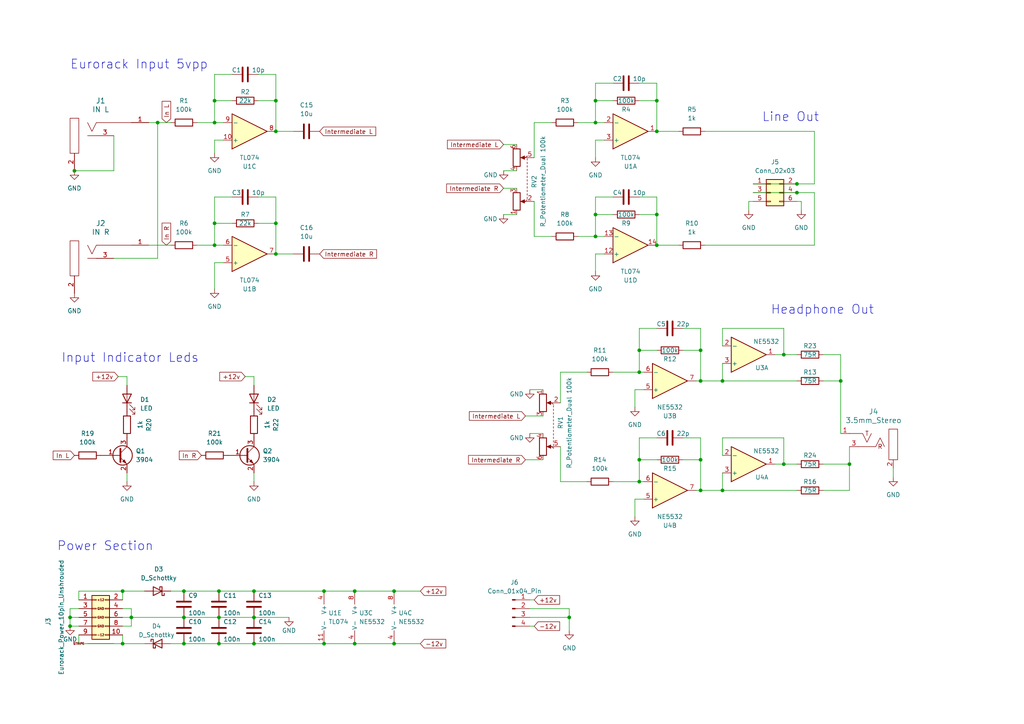
<source format=kicad_sch>
(kicad_sch (version 20230121) (generator eeschema)
  (paper "A4")
  (lib_symbols
    (symbol "Amplifier_Operational:NE5532" (pin_names (offset 0.127))
      (property "Reference" "U" (at 0 5.08 0))
      (property "Value" "NE5532" (at 0 -5.08 0))
      (symbol "NE5532_1_1"
        (polyline (pts (xy -5.08 5.08) (xy 5.08 0) (xy -5.08 -5.08) (xy -5.08 5.08)) (stroke (width 0.254)) (fill (type background)))
        (pin output line (at 7.62 0 180) (length 2.54) (name "~") (number "1"))
        (pin input line (at -7.62 -2.54 0) (length 2.54) (name "-") (number "2"))
        (pin input line (at -7.62 2.54 0) (length 2.54) (name "+") (number "3"))
      )
      (symbol "NE5532_2_1"
        (polyline (pts (xy -5.08 5.08) (xy 5.08 0) (xy -5.08 -5.08) (xy -5.08 5.08)) (stroke (width 0.254)) (fill (type background)))
        (pin input line (at -7.62 2.54 0) (length 2.54) (name "+") (number "5"))
        (pin input line (at -7.62 -2.54 0) (length 2.54) (name "-") (number "6"))
        (pin output line (at 7.62 0 180) (length 2.54) (name "~") (number "7"))
      )
      (symbol "NE5532_3_1"
        (pin power_in line (at -2.54 -7.62 90) (length 3.81) (name "V-") (number "4"))
        (pin power_in line (at -2.54 7.62 270) (length 3.81) (name "V+") (number "8"))
      )
    )
    (symbol "Amplifier_Operational:TL074" (pin_names (offset 0.127))
      (property "Reference" "U" (at 0 5.08 0))
      (property "Value" "TL074" (at 0 -5.08 0))
      (symbol "TL074_1_1"
        (polyline (pts (xy -5.08 5.08) (xy 5.08 0) (xy -5.08 -5.08) (xy -5.08 5.08)) (stroke (width 0.254)) (fill (type background)))
        (pin output line (at 7.62 0 180) (length 2.54) (name "~") (number "1"))
        (pin input line (at -7.62 -2.54 0) (length 2.54) (name "-") (number "2"))
        (pin input line (at -7.62 2.54 0) (length 2.54) (name "+") (number "3"))
      )
      (symbol "TL074_2_1"
        (polyline (pts (xy -5.08 5.08) (xy 5.08 0) (xy -5.08 -5.08) (xy -5.08 5.08)) (stroke (width 0.254)) (fill (type background)))
        (pin input line (at -7.62 2.54 0) (length 2.54) (name "+") (number "5"))
        (pin input line (at -7.62 -2.54 0) (length 2.54) (name "-") (number "6"))
        (pin output line (at 7.62 0 180) (length 2.54) (name "~") (number "7"))
      )
      (symbol "TL074_3_1"
        (polyline (pts (xy -5.08 5.08) (xy 5.08 0) (xy -5.08 -5.08) (xy -5.08 5.08)) (stroke (width 0.254)) (fill (type background)))
        (pin input line (at -7.62 2.54 0) (length 2.54) (name "+") (number "10"))
        (pin output line (at 7.62 0 180) (length 2.54) (name "~") (number "8"))
        (pin input line (at -7.62 -2.54 0) (length 2.54) (name "-") (number "9"))
      )
      (symbol "TL074_4_1"
        (polyline (pts (xy -5.08 5.08) (xy 5.08 0) (xy -5.08 -5.08) (xy -5.08 5.08)) (stroke (width 0.254)) (fill (type background)))
        (pin input line (at -7.62 2.54 0) (length 2.54) (name "+") (number "12"))
        (pin input line (at -7.62 -2.54 0) (length 2.54) (name "-") (number "13"))
        (pin output line (at 7.62 0 180) (length 2.54) (name "~") (number "14"))
      )
      (symbol "TL074_5_1"
        (pin power_in line (at -2.54 -7.62 90) (length 3.81) (name "V-") (number "11"))
        (pin power_in line (at -2.54 7.62 270) (length 3.81) (name "V+") (number "4"))
      )
    )
    (symbol "Connector:Conn_01x04_Pin" (pin_names (offset 1.016) hide)
      (property "Reference" "J" (at 0 5.08 0))
      (property "Value" "Conn_01x04_Pin" (at 0 -7.62 0))
      (symbol "Conn_01x04_Pin_1_1"
        (polyline (pts (xy 1.27 -5.08) (xy 0.8636 -5.08)) (stroke (width 0.1524)))
        (polyline (pts (xy 1.27 -2.54) (xy 0.8636 -2.54)) (stroke (width 0.1524)))
        (polyline (pts (xy 1.27 0) (xy 0.8636 0)) (stroke (width 0.1524)))
        (polyline (pts (xy 1.27 2.54) (xy 0.8636 2.54)) (stroke (width 0.1524)))
        (rectangle (start 0.8636 -4.953) (end 0 -5.207) (stroke (width 0.1524)) (fill (type outline)))
        (rectangle (start 0.8636 -2.413) (end 0 -2.667) (stroke (width 0.1524)) (fill (type outline)))
        (rectangle (start 0.8636 0.127) (end 0 -0.127) (stroke (width 0.1524)) (fill (type outline)))
        (rectangle (start 0.8636 2.667) (end 0 2.413) (stroke (width 0.1524)) (fill (type outline)))
        (pin passive line (at 5.08 2.54 180) (length 3.81) (name "Pin_1") (number "1"))
        (pin passive line (at 5.08 0 180) (length 3.81) (name "Pin_2") (number "2"))
        (pin passive line (at 5.08 -2.54 180) (length 3.81) (name "Pin_3") (number "3"))
        (pin passive line (at 5.08 -5.08 180) (length 3.81) (name "Pin_4") (number "4"))
      )
    )
    (symbol "Device:C" (pin_numbers hide) (pin_names (offset 0.254))
      (property "Reference" "C" (at 0.635 2.54 0))
      (property "Value" "C" (at 0.635 -2.54 0))
      (symbol "C_0_1"
        (polyline (pts (xy -2.032 -0.762) (xy 2.032 -0.762)) (stroke (width 0.508)))
        (polyline (pts (xy -2.032 0.762) (xy 2.032 0.762)) (stroke (width 0.508)))
      )
      (symbol "C_1_1"
        (pin passive line (at 0 3.81 270) (length 2.794) (name "~") (number "1"))
        (pin passive line (at 0 -3.81 90) (length 2.794) (name "~") (number "2"))
      )
    )
    (symbol "Device:D_Schottky" (pin_numbers hide) (pin_names (offset 1.016) hide)
      (property "Reference" "D" (at 0 2.54 0))
      (property "Value" "D_Schottky" (at 0 -2.54 0))
      (symbol "D_Schottky_0_1"
        (polyline (pts (xy 1.27 0) (xy -1.27 0)))
        (polyline (pts (xy 1.27 1.27) (xy 1.27 -1.27) (xy -1.27 0) (xy 1.27 1.27)) (stroke (width 0.254)))
        (polyline (pts (xy -1.905 0.635) (xy -1.905 1.27) (xy -1.27 1.27) (xy -1.27 -1.27) (xy -0.635 -1.27) (xy -0.635 -0.635)) (stroke (width 0.254)))
      )
      (symbol "D_Schottky_1_1"
        (pin passive line (at -3.81 0 0) (length 2.54) (name "K") (number "1"))
        (pin passive line (at 3.81 0 180) (length 2.54) (name "A") (number "2"))
      )
    )
    (symbol "Device:LED" (pin_numbers hide) (pin_names (offset 1.016) hide)
      (property "Reference" "D" (at 0 2.54 0))
      (property "Value" "LED" (at 0 -2.54 0))
      (symbol "LED_0_1"
        (polyline (pts (xy -1.27 -1.27) (xy -1.27 1.27)) (stroke (width 0.254)))
        (polyline (pts (xy -1.27 0) (xy 1.27 0)))
        (polyline (pts (xy 1.27 -1.27) (xy 1.27 1.27) (xy -1.27 0) (xy 1.27 -1.27)) (stroke (width 0.254)))
        (polyline (pts (xy -3.048 -0.762) (xy -4.572 -2.286) (xy -3.81 -2.286) (xy -4.572 -2.286) (xy -4.572 -1.524)))
        (polyline (pts (xy -1.778 -0.762) (xy -3.302 -2.286) (xy -2.54 -2.286) (xy -3.302 -2.286) (xy -3.302 -1.524)))
      )
      (symbol "LED_1_1"
        (pin passive line (at -3.81 0 0) (length 2.54) (name "K") (number "1"))
        (pin passive line (at 3.81 0 180) (length 2.54) (name "A") (number "2"))
      )
    )
    (symbol "Device:R" (pin_numbers hide) (pin_names (offset 0))
      (property "Reference" "R" (at 2.032 0 90))
      (property "Value" "R" (at 0 0 90))
      (symbol "R_0_1"
        (rectangle (start -1.016 -2.54) (end 1.016 2.54) (stroke (width 0.254)))
      )
      (symbol "R_1_1"
        (pin passive line (at 0 3.81 270) (length 1.27) (name "~") (number "1"))
        (pin passive line (at 0 -3.81 90) (length 1.27) (name "~") (number "2"))
      )
    )
    (symbol "Device:R_Potentiometer_Dual" (pin_names (offset 1.016) hide)
      (property "Reference" "RV" (at 0 3.81 0))
      (property "Value" "R_Potentiometer_Dual" (at 0 1.905 0))
      (symbol "R_Potentiometer_Dual_0_1"
        (rectangle (start -8.89 -1.524) (end -3.81 -3.556) (stroke (width 0.254)))
        (polyline (pts (xy -6.35 0) (xy -6.35 -1.016)))
        (polyline (pts (xy -6.35 0) (xy -6.35 -1.016)))
        (polyline (pts (xy -6.35 0) (xy -5.842 0.508)))
        (polyline (pts (xy -5.588 0.508) (xy -5.08 0.508)))
        (polyline (pts (xy -4.572 0.508) (xy -4.064 0.508)))
        (polyline (pts (xy -3.556 0.508) (xy -3.048 0.508)))
        (polyline (pts (xy -2.54 0.508) (xy -2.032 0.508)))
        (polyline (pts (xy -1.524 0.508) (xy -1.016 0.508)))
        (polyline (pts (xy -0.508 0.508) (xy 0 0.508)))
        (polyline (pts (xy 0.508 0.508) (xy 1.016 0.508)))
        (polyline (pts (xy 1.524 0.508) (xy 2.032 0.508)))
        (polyline (pts (xy 2.54 0.508) (xy 3.048 0.508)))
        (polyline (pts (xy 3.556 0.508) (xy 4.064 0.508)))
        (polyline (pts (xy 4.572 0.508) (xy 5.08 0.508)))
        (polyline (pts (xy 5.588 0.508) (xy 6.096 0.508)))
        (polyline (pts (xy 6.35 0) (xy 6.35 -1.016)))
        (polyline (pts (xy 6.35 0) (xy 6.35 -1.016)))
        (polyline (pts (xy 6.604 0.508) (xy 6.858 0.508) (xy 6.35 0)))
        (polyline (pts (xy -6.35 -1.397) (xy -6.858 -0.254) (xy -5.842 -0.254) (xy -6.35 -1.397)) (fill (type outline)))
        (polyline (pts (xy 6.35 -1.397) (xy 5.842 -0.254) (xy 6.858 -0.254) (xy 6.35 -1.397)) (fill (type outline)))
        (rectangle (start 3.81 -1.524) (end 8.89 -3.556) (stroke (width 0.254)))
      )
      (symbol "R_Potentiometer_Dual_1_1"
        (pin passive line (at -10.16 -2.54 0) (length 1.27) (name "1") (number "1"))
        (pin passive line (at -6.35 2.54 270) (length 2.54) (name "2") (number "2"))
        (pin passive line (at -2.54 -2.54 180) (length 1.27) (name "3") (number "3"))
        (pin passive line (at 2.54 -2.54 0) (length 1.27) (name "4") (number "4"))
        (pin passive line (at 6.35 2.54 270) (length 2.54) (name "5") (number "5"))
        (pin passive line (at 10.16 -2.54 180) (length 1.27) (name "6") (number "6"))
      )
    )
    (symbol "PCM_4ms_Connector:Conn_02x03" (pin_names (offset 0.0254) hide)
      (property "Reference" "J" (at 0 5.08 0))
      (property "Value" "Conn_02x03" (at 0 7.62 0))
      (symbol "Conn_02x03_0_1"
        (rectangle (start -2.54 -2.413) (end -1.27 -2.667) (stroke (width 0.1524)))
        (rectangle (start -2.54 0.127) (end -1.27 -0.127) (stroke (width 0.1524)))
        (rectangle (start -2.54 2.667) (end -1.27 2.413) (stroke (width 0.1524)))
        (rectangle (start -2.54 3.81) (end 2.54 -3.81) (stroke (width 0.254)) (fill (type background)))
        (rectangle (start 1.27 -2.413) (end 2.54 -2.667) (stroke (width 0.1524)))
        (rectangle (start 1.27 0.127) (end 2.54 -0.127) (stroke (width 0.1524)))
        (rectangle (start 1.27 2.667) (end 2.54 2.413) (stroke (width 0.1524)))
      )
      (symbol "Conn_02x03_1_1"
        (pin passive line (at -6.35 2.54 0) (length 3.81) (name "+12V") (number "1"))
        (pin passive line (at 6.35 2.54 180) (length 3.81) (name "+12V") (number "2"))
        (pin passive line (at -6.35 0 0) (length 3.81) (name "GND") (number "3"))
        (pin passive line (at 6.35 0 180) (length 3.81) (name "GND") (number "4"))
        (pin passive line (at -6.35 -2.54 0) (length 3.81) (name "GND") (number "5"))
        (pin passive line (at 6.35 -2.54 180) (length 3.81) (name "GND") (number "6"))
      )
    )
    (symbol "PCM_4ms_Connector:Eurorack_Power_10pin_Unshrouded" (pin_names (offset 0.0254) hide)
      (property "Reference" "J" (at 0 3.81 0))
      (property "Value" "Eurorack_Power_10pin_Unshrouded" (at 0 6.35 0))
      (symbol "Eurorack_Power_10pin_Unshrouded_0_0"
        (text "+12" (at 0 1.27 0) (effects (font (size 0.635 0.635))))
        (text "-12" (at 0 -8.89 0) (effects (font (size 0.635 0.635))))
        (text "GND" (at 0 -6.35 0) (effects (font (size 0.635 0.635))))
        (text "GND" (at 0 -3.81 0) (effects (font (size 0.635 0.635))))
        (text "GND" (at 0 -1.27 0) (effects (font (size 0.635 0.635))))
        (text "STRIPE" (at -6.35 -11.43 0) (effects (font (size 0.635 0.635))))
      )
      (symbol "Eurorack_Power_10pin_Unshrouded_0_1"
        (rectangle (start -2.54 -10.16) (end 2.54 2.54) (stroke (width 0.254)) (fill (type background)))
        (rectangle (start -2.54 -8.763) (end -1.27 -9.017))
        (rectangle (start -2.54 -6.223) (end -1.27 -6.477))
        (rectangle (start -2.54 -3.683) (end -1.27 -3.937))
        (rectangle (start -2.54 -1.143) (end -1.27 -1.397))
        (rectangle (start -2.54 1.397) (end -1.27 1.143))
        (polyline (pts (xy -3.81 -11.43) (xy 3.81 -11.43) (xy 1.27 -11.43)))
        (rectangle (start 1.27 -8.763) (end 2.54 -9.017))
        (rectangle (start 1.27 -6.223) (end 2.54 -6.477))
        (rectangle (start 1.27 -3.683) (end 2.54 -3.937))
        (rectangle (start 1.27 -1.143) (end 2.54 -1.397))
        (rectangle (start 1.27 1.397) (end 2.54 1.143))
      )
      (symbol "Eurorack_Power_10pin_Unshrouded_1_1"
        (pin passive line (at -6.35 1.27 0) (length 3.81) (name "+12V") (number "1"))
        (pin passive line (at 6.35 -8.89 180) (length 3.81) (name "-12V") (number "10"))
        (pin passive line (at 6.35 1.27 180) (length 3.81) (name "+12V") (number "2"))
        (pin passive line (at -6.35 -1.27 0) (length 3.81) (name "GND") (number "3"))
        (pin passive line (at 6.35 -1.27 180) (length 3.81) (name "GND") (number "4"))
        (pin passive line (at -6.35 -3.81 0) (length 3.81) (name "GND") (number "5"))
        (pin passive line (at 6.35 -3.81 180) (length 3.81) (name "GND") (number "6"))
        (pin passive line (at -6.35 -6.35 0) (length 3.81) (name "GND") (number "7"))
        (pin passive line (at 6.35 -6.35 180) (length 3.81) (name "GND") (number "8"))
        (pin passive line (at -6.35 -8.89 0) (length 3.81) (name "-12V") (number "9"))
      )
    )
    (symbol "PCM_4ms_Jack:3.5mm_Mono_Switched" (pin_names (offset 0) hide)
      (property "Reference" "J" (at -6.35 -7.62 0))
      (property "Value" "3.5mm_Mono_Switched" (at 6.35 6.604 0))
      (symbol "3.5mm_Mono_Switched_0_0"
        (rectangle (start -6.35 5.08) (end -3.81 -5.08))
        (polyline (pts (xy -1.27 0) (xy 1.27 0)))
        (polyline (pts (xy -1.27 3.81) (xy 0 1.27) (xy 1.27 3.81) (xy 11.43 3.81)))
      )
      (symbol "3.5mm_Mono_Switched_1_1"
        (pin passive line (at 16.51 3.81 180) (length 5.08) (name "SIG") (number "1"))
        (pin passive line (at -5.08 -10.16 90) (length 5.08) (name "SHEILD") (number "2"))
        (pin passive line (at 6.35 0 180) (length 5.08) (name "SW") (number "3"))
      )
    )
    (symbol "PCM_4ms_Jack:3.5mm_Stereo" (pin_names (offset 0) hide)
      (property "Reference" "J" (at -6.35 -7.62 0))
      (property "Value" "3.5mm_Stereo" (at 6.35 6.604 0))
      (symbol "3.5mm_Stereo_0_0"
        (rectangle (start -6.35 5.08) (end -3.81 -3.81))
        (polyline (pts (xy 1.27 3.81) (xy 2.54 1.27) (xy 3.81 3.81) (xy 7.62 3.81)))
        (text "R" (at -1.27 0 0) (effects (font (size 1.27 1.27))))
        (text "T" (at 2.54 3.81 0) (effects (font (size 1.27 1.27))))
      )
      (symbol "3.5mm_Stereo_0_1"
        (polyline (pts (xy 5.08 0) (xy 0 0) (xy -1.27 2.54) (xy -2.54 0)))
      )
      (symbol "3.5mm_Stereo_1_1"
        (pin passive line (at 10.16 3.81 180) (length 2.54) (name "SIG") (number "1"))
        (pin passive line (at -5.08 -6.35 90) (length 2.54) (name "SHEILD") (number "2"))
        (pin passive line (at 7.62 0 180) (length 2.54) (name "SW") (number "3"))
      )
    )
    (symbol "PCM_4ms_Power-symbol:GND" (power) (pin_names (offset 0))
      (property "Value" "GND" (at 0 -3.81 0))
      (symbol "GND_0_1"
        (polyline (pts (xy 0 0) (xy 0 -1.27) (xy 1.27 -1.27) (xy 0 -2.54) (xy -1.27 -1.27) (xy 0 -1.27)))
      )
      (symbol "GND_1_1"
        (pin power_in line (at 0 0 270) (length 0) hide (name "GND") (number "1"))
      )
    )
    (symbol "Transistor_BJT:MMBT3904" (pin_names (offset 0) hide)
      (property "Reference" "Q" (at 5.08 1.905 0))
      (property "Value" "MMBT3904" (at 5.08 0 0))
      (symbol "MMBT3904_0_1"
        (polyline (pts (xy 0.635 0.635) (xy 2.54 2.54)))
        (polyline (pts (xy 0.635 -0.635) (xy 2.54 -2.54) (xy 2.54 -2.54)))
        (polyline (pts (xy 0.635 1.905) (xy 0.635 -1.905) (xy 0.635 -1.905)) (stroke (width 0.508)))
        (polyline (pts (xy 1.27 -1.778) (xy 1.778 -1.27) (xy 2.286 -2.286) (xy 1.27 -1.778) (xy 1.27 -1.778)) (fill (type outline)))
        (circle (center 1.27 0) (radius 2.8194) (stroke (width 0.254)))
      )
      (symbol "MMBT3904_1_1"
        (pin input line (at -5.08 0 0) (length 5.715) (name "B") (number "1"))
        (pin passive line (at 2.54 -5.08 90) (length 2.54) (name "E") (number "2"))
        (pin passive line (at 2.54 5.08 270) (length 2.54) (name "C") (number "3"))
      )
    )
  )
  (junction (at 185.42 101.6))
  (junction (at 45.72 35.56))
  (junction (at 53.34 171.45))
  (junction (at 227.33 102.87))
  (junction (at 172.72 62.23))
  (junction (at 190.5 38.1))
  (junction (at 102.87 171.45))
  (junction (at 63.5 186.69))
  (junction (at 62.23 71.12))
  (junction (at 38.1 179.07))
  (junction (at 53.34 179.07))
  (junction (at 35.56 186.69))
  (junction (at 80.01 29.21))
  (junction (at 21.59 49.53))
  (junction (at 63.5 171.45))
  (junction (at 80.01 64.77))
  (junction (at 63.5 179.07))
  (junction (at 185.42 139.7))
  (junction (at 203.2 142.24))
  (junction (at 185.42 133.35))
  (junction (at 93.98 171.45))
  (junction (at 62.23 64.77))
  (junction (at 203.2 101.6))
  (junction (at 73.66 179.07))
  (junction (at 172.72 29.21))
  (junction (at 114.3 171.45))
  (junction (at 172.72 35.56))
  (junction (at 53.34 186.69))
  (junction (at 73.66 186.69))
  (junction (at 246.38 134.62))
  (junction (at 93.98 186.69))
  (junction (at 190.5 71.12))
  (junction (at 209.55 142.24))
  (junction (at 80.01 73.66))
  (junction (at 114.3 186.69))
  (junction (at 190.5 29.21))
  (junction (at 172.72 68.58))
  (junction (at 243.84 110.49))
  (junction (at 227.33 134.62))
  (junction (at 231.14 55.88))
  (junction (at 185.42 107.95))
  (junction (at 209.55 110.49))
  (junction (at 190.5 62.23))
  (junction (at 203.2 110.49))
  (junction (at 20.32 179.07))
  (junction (at 35.56 171.45))
  (junction (at 62.23 29.21))
  (junction (at 231.14 53.34))
  (junction (at 20.32 181.61))
  (junction (at 165.1 179.07))
  (junction (at 102.87 186.69))
  (junction (at 73.66 171.45))
  (junction (at 80.01 38.1))
  (junction (at 62.23 35.56))
  (junction (at 203.2 133.35))
  (wire (pts (xy 203.2 142.24) (xy 209.55 142.24)))
  (wire (pts (xy 177.8 62.23) (xy 172.72 62.23)))
  (wire (pts (xy 185.42 139.7) (xy 186.69 139.7)))
  (wire (pts (xy 177.8 24.13) (xy 172.72 24.13)))
  (wire (pts (xy 190.5 127) (xy 185.42 127)))
  (wire (pts (xy 35.56 184.15) (xy 35.56 186.69)))
  (wire (pts (xy 177.8 57.15) (xy 172.72 57.15)))
  (wire (pts (xy 67.31 64.77) (xy 62.23 64.77)))
  (wire (pts (xy 153.67 125.73) (xy 157.48 125.73)))
  (wire (pts (xy 64.77 76.2) (xy 62.23 76.2)))
  (wire (pts (xy 172.72 35.56) (xy 175.26 35.56)))
  (wire (pts (xy 74.93 21.59) (xy 80.01 21.59)))
  (wire (pts (xy 198.12 133.35) (xy 203.2 133.35)))
  (wire (pts (xy 217.17 60.96) (xy 217.17 58.42)))
  (wire (pts (xy 73.66 171.45) (xy 93.98 171.45)))
  (wire (pts (xy 20.32 176.53) (xy 20.32 179.07)))
  (wire (pts (xy 203.2 127) (xy 203.2 133.35)))
  (wire (pts (xy 236.22 38.1) (xy 236.22 53.34)))
  (wire (pts (xy 102.87 186.69) (xy 114.3 186.69)))
  (wire (pts (xy 35.56 181.61) (xy 38.1 181.61)))
  (wire (pts (xy 73.66 137.16) (xy 73.66 139.7)))
  (wire (pts (xy 190.5 95.25) (xy 185.42 95.25)))
  (wire (pts (xy 38.1 179.07) (xy 38.1 176.53)))
  (wire (pts (xy 73.66 109.22) (xy 73.66 111.76)))
  (wire (pts (xy 172.72 73.66) (xy 172.72 78.74)))
  (wire (pts (xy 185.42 29.21) (xy 190.5 29.21)))
  (wire (pts (xy 190.5 38.1) (xy 190.5 29.21)))
  (wire (pts (xy 74.93 57.15) (xy 80.01 57.15)))
  (wire (pts (xy 80.01 73.66) (xy 85.09 73.66)))
  (wire (pts (xy 49.53 186.69) (xy 53.34 186.69)))
  (wire (pts (xy 232.41 58.42) (xy 232.41 60.96)))
  (wire (pts (xy 203.2 95.25) (xy 203.2 101.6)))
  (wire (pts (xy 114.3 186.69) (xy 121.92 186.69)))
  (wire (pts (xy 74.93 64.77) (xy 80.01 64.77)))
  (wire (pts (xy 190.5 24.13) (xy 190.5 29.21)))
  (wire (pts (xy 177.8 139.7) (xy 185.42 139.7)))
  (wire (pts (xy 259.08 138.43) (xy 259.08 135.89)))
  (wire (pts (xy 246.38 142.24) (xy 246.38 134.62)))
  (wire (pts (xy 62.23 29.21) (xy 62.23 35.56)))
  (wire (pts (xy 62.23 64.77) (xy 62.23 71.12)))
  (wire (pts (xy 238.76 102.87) (xy 243.84 102.87)))
  (wire (pts (xy 146.05 62.23) (xy 149.86 62.23)))
  (wire (pts (xy 34.29 109.22) (xy 36.83 109.22)))
  (wire (pts (xy 172.72 40.64) (xy 172.72 45.72)))
  (wire (pts (xy 162.56 139.7) (xy 170.18 139.7)))
  (wire (pts (xy 165.1 176.53) (xy 165.1 179.07)))
  (wire (pts (xy 22.86 173.99) (xy 22.86 171.45)))
  (wire (pts (xy 35.56 171.45) (xy 41.91 171.45)))
  (wire (pts (xy 218.44 55.88) (xy 231.14 55.88)))
  (wire (pts (xy 185.42 62.23) (xy 190.5 62.23)))
  (wire (pts (xy 224.79 134.62) (xy 227.33 134.62)))
  (wire (pts (xy 243.84 125.73) (xy 243.84 110.49)))
  (wire (pts (xy 63.5 171.45) (xy 73.66 171.45)))
  (wire (pts (xy 185.42 127) (xy 185.42 133.35)))
  (wire (pts (xy 185.42 24.13) (xy 190.5 24.13)))
  (wire (pts (xy 165.1 182.88) (xy 165.1 179.07)))
  (wire (pts (xy 190.5 57.15) (xy 190.5 62.23)))
  (wire (pts (xy 121.92 171.45) (xy 114.3 171.45)))
  (wire (pts (xy 236.22 53.34) (xy 231.14 53.34)))
  (wire (pts (xy 146.05 54.61) (xy 149.86 54.61)))
  (wire (pts (xy 177.8 107.95) (xy 185.42 107.95)))
  (wire (pts (xy 190.5 71.12) (xy 196.85 71.12)))
  (wire (pts (xy 152.4 133.35) (xy 157.48 133.35)))
  (wire (pts (xy 238.76 142.24) (xy 246.38 142.24)))
  (wire (pts (xy 80.01 29.21) (xy 80.01 38.1)))
  (wire (pts (xy 53.34 186.69) (xy 63.5 186.69)))
  (wire (pts (xy 73.66 186.69) (xy 93.98 186.69)))
  (wire (pts (xy 38.1 181.61) (xy 38.1 179.07)))
  (wire (pts (xy 185.42 57.15) (xy 190.5 57.15)))
  (wire (pts (xy 53.34 179.07) (xy 63.5 179.07)))
  (wire (pts (xy 33.02 74.93) (xy 45.72 74.93)))
  (wire (pts (xy 218.44 53.34) (xy 231.14 53.34)))
  (wire (pts (xy 154.94 58.42) (xy 154.94 68.58)))
  (wire (pts (xy 185.42 133.35) (xy 185.42 139.7)))
  (wire (pts (xy 154.94 45.72) (xy 154.94 35.56)))
  (wire (pts (xy 63.5 186.69) (xy 73.66 186.69)))
  (wire (pts (xy 203.2 110.49) (xy 203.2 101.6)))
  (wire (pts (xy 62.23 35.56) (xy 64.77 35.56)))
  (wire (pts (xy 184.15 113.03) (xy 184.15 118.11)))
  (wire (pts (xy 80.01 21.59) (xy 80.01 29.21)))
  (wire (pts (xy 36.83 109.22) (xy 36.83 111.76)))
  (wire (pts (xy 49.53 171.45) (xy 53.34 171.45)))
  (wire (pts (xy 162.56 129.54) (xy 162.56 139.7)))
  (wire (pts (xy 204.47 71.12) (xy 236.22 71.12)))
  (wire (pts (xy 209.55 127) (xy 209.55 132.08)))
  (wire (pts (xy 185.42 95.25) (xy 185.42 101.6)))
  (wire (pts (xy 209.55 137.16) (xy 209.55 142.24)))
  (wire (pts (xy 146.05 49.53) (xy 149.86 49.53)))
  (wire (pts (xy 190.5 101.6) (xy 185.42 101.6)))
  (wire (pts (xy 62.23 76.2) (xy 62.23 83.82)))
  (wire (pts (xy 20.32 181.61) (xy 22.86 181.61)))
  (wire (pts (xy 167.64 68.58) (xy 172.72 68.58)))
  (wire (pts (xy 153.67 173.99) (xy 154.94 173.99)))
  (wire (pts (xy 38.1 179.07) (xy 53.34 179.07)))
  (wire (pts (xy 190.5 62.23) (xy 190.5 71.12)))
  (wire (pts (xy 22.86 176.53) (xy 20.32 176.53)))
  (wire (pts (xy 172.72 29.21) (xy 172.72 35.56)))
  (wire (pts (xy 35.56 186.69) (xy 41.91 186.69)))
  (wire (pts (xy 201.93 142.24) (xy 203.2 142.24)))
  (wire (pts (xy 64.77 40.64) (xy 62.23 40.64)))
  (wire (pts (xy 93.98 186.69) (xy 102.87 186.69)))
  (wire (pts (xy 63.5 179.07) (xy 73.66 179.07)))
  (wire (pts (xy 209.55 105.41) (xy 209.55 110.49)))
  (wire (pts (xy 238.76 134.62) (xy 246.38 134.62)))
  (wire (pts (xy 184.15 144.78) (xy 184.15 149.86)))
  (wire (pts (xy 172.72 57.15) (xy 172.72 62.23)))
  (wire (pts (xy 186.69 113.03) (xy 184.15 113.03)))
  (wire (pts (xy 162.56 107.95) (xy 170.18 107.95)))
  (wire (pts (xy 153.67 113.03) (xy 157.48 113.03)))
  (wire (pts (xy 67.31 57.15) (xy 62.23 57.15)))
  (wire (pts (xy 62.23 71.12) (xy 64.77 71.12)))
  (wire (pts (xy 204.47 38.1) (xy 236.22 38.1)))
  (wire (pts (xy 154.94 68.58) (xy 160.02 68.58)))
  (wire (pts (xy 67.31 21.59) (xy 62.23 21.59)))
  (wire (pts (xy 62.23 40.64) (xy 62.23 44.45)))
  (wire (pts (xy 203.2 142.24) (xy 203.2 133.35)))
  (wire (pts (xy 162.56 116.84) (xy 162.56 107.95)))
  (wire (pts (xy 198.12 101.6) (xy 203.2 101.6)))
  (wire (pts (xy 209.55 110.49) (xy 231.14 110.49)))
  (wire (pts (xy 227.33 95.25) (xy 209.55 95.25)))
  (wire (pts (xy 45.72 35.56) (xy 45.72 74.93)))
  (wire (pts (xy 63.5 186.69) (xy 63.5 185.42)))
  (wire (pts (xy 172.72 68.58) (xy 175.26 68.58)))
  (wire (pts (xy 172.72 24.13) (xy 172.72 29.21)))
  (wire (pts (xy 73.66 179.07) (xy 83.82 179.07)))
  (wire (pts (xy 36.83 137.16) (xy 36.83 139.7)))
  (wire (pts (xy 167.64 35.56) (xy 172.72 35.56)))
  (wire (pts (xy 203.2 110.49) (xy 209.55 110.49)))
  (wire (pts (xy 35.56 171.45) (xy 35.56 173.99)))
  (wire (pts (xy 154.94 35.56) (xy 160.02 35.56)))
  (wire (pts (xy 74.93 29.21) (xy 80.01 29.21)))
  (wire (pts (xy 227.33 102.87) (xy 227.33 95.25)))
  (wire (pts (xy 71.12 109.22) (xy 73.66 109.22)))
  (wire (pts (xy 224.79 102.87) (xy 227.33 102.87)))
  (wire (pts (xy 198.12 127) (xy 203.2 127)))
  (wire (pts (xy 190.5 133.35) (xy 185.42 133.35)))
  (wire (pts (xy 53.34 171.45) (xy 63.5 171.45)))
  (wire (pts (xy 20.32 179.07) (xy 22.86 179.07)))
  (wire (pts (xy 186.69 144.78) (xy 184.15 144.78)))
  (wire (pts (xy 227.33 102.87) (xy 231.14 102.87)))
  (wire (pts (xy 243.84 110.49) (xy 238.76 110.49)))
  (wire (pts (xy 80.01 57.15) (xy 80.01 64.77)))
  (wire (pts (xy 38.1 176.53) (xy 35.56 176.53)))
  (wire (pts (xy 185.42 107.95) (xy 186.69 107.95)))
  (wire (pts (xy 190.5 38.1) (xy 196.85 38.1)))
  (wire (pts (xy 22.86 186.69) (xy 22.86 184.15)))
  (wire (pts (xy 146.05 41.91) (xy 149.86 41.91)))
  (wire (pts (xy 236.22 71.12) (xy 236.22 55.88)))
  (wire (pts (xy 53.34 186.69) (xy 53.34 185.42)))
  (wire (pts (xy 217.17 58.42) (xy 218.44 58.42)))
  (wire (pts (xy 153.67 179.07) (xy 165.1 179.07)))
  (wire (pts (xy 227.33 134.62) (xy 227.33 127)))
  (wire (pts (xy 35.56 186.69) (xy 22.86 186.69)))
  (wire (pts (xy 243.84 102.87) (xy 243.84 110.49)))
  (wire (pts (xy 175.26 73.66) (xy 172.72 73.66)))
  (wire (pts (xy 172.72 62.23) (xy 172.72 68.58)))
  (wire (pts (xy 80.01 73.66) (xy 80.01 64.77)))
  (wire (pts (xy 227.33 134.62) (xy 231.14 134.62)))
  (wire (pts (xy 185.42 101.6) (xy 185.42 107.95)))
  (wire (pts (xy 209.55 142.24) (xy 231.14 142.24)))
  (wire (pts (xy 35.56 179.07) (xy 38.1 179.07)))
  (wire (pts (xy 80.01 38.1) (xy 85.09 38.1)))
  (wire (pts (xy 43.18 71.12) (xy 49.53 71.12)))
  (wire (pts (xy 33.02 39.37) (xy 33.02 49.53)))
  (wire (pts (xy 201.93 110.49) (xy 203.2 110.49)))
  (wire (pts (xy 175.26 40.64) (xy 172.72 40.64)))
  (wire (pts (xy 22.86 171.45) (xy 35.56 171.45)))
  (wire (pts (xy 231.14 58.42) (xy 232.41 58.42)))
  (wire (pts (xy 246.38 134.62) (xy 246.38 129.54)))
  (wire (pts (xy 62.23 21.59) (xy 62.23 29.21)))
  (wire (pts (xy 236.22 55.88) (xy 231.14 55.88)))
  (wire (pts (xy 177.8 29.21) (xy 172.72 29.21)))
  (wire (pts (xy 93.98 171.45) (xy 102.87 171.45)))
  (wire (pts (xy 198.12 95.25) (xy 203.2 95.25)))
  (wire (pts (xy 20.32 179.07) (xy 20.32 181.61)))
  (wire (pts (xy 152.4 120.65) (xy 157.48 120.65)))
  (wire (pts (xy 153.67 181.61) (xy 154.94 181.61)))
  (wire (pts (xy 57.15 71.12) (xy 62.23 71.12)))
  (wire (pts (xy 45.72 35.56) (xy 49.53 35.56)))
  (wire (pts (xy 62.23 57.15) (xy 62.23 64.77)))
  (wire (pts (xy 33.02 49.53) (xy 21.59 49.53)))
  (wire (pts (xy 227.33 127) (xy 209.55 127)))
  (wire (pts (xy 43.18 35.56) (xy 45.72 35.56)))
  (wire (pts (xy 209.55 95.25) (xy 209.55 100.33)))
  (wire (pts (xy 67.31 29.21) (xy 62.23 29.21)))
  (wire (pts (xy 57.15 35.56) (xy 62.23 35.56)))
  (wire (pts (xy 153.67 176.53) (xy 165.1 176.53)))
  (wire (pts (xy 114.3 171.45) (xy 102.87 171.45)))
  (text "Power Section\n" (at 16.51 160.02 0) (effects (font (size 2.6 2.6)) (justify left bottom)))
  (text "Line Out" (at 220.98 35.56 0) (effects (font (size 2.6 2.6)) (justify left bottom)))
  (text "Headphone Out" (at 223.52 91.44 0) (effects (font (size 2.6 2.6)) (justify left bottom)))
  (text "Input Indicator Leds" (at 17.78 105.41 0) (effects (font (size 2.6 2.6)) (justify left bottom)))
  (text "Eurorack Input 5vpp" (at 20.32 20.32 0) (effects (font (size 2.6 2.6)) (justify left bottom)))
  (global_label "+12v" (shape input) (at 121.92 171.45 0) (property "Intersheetrefs" "${INTERSHEET_REFS}" (effects hide)))
  (global_label "Intermediate R" (shape input) (at 92.71 73.66 0) (property "Intersheetrefs" "${INTERSHEET_REFS}" (effects hide)))
  (global_label "Intermediate L" (shape input) (at 152.4 120.65 180) (property "Intersheetrefs" "${INTERSHEET_REFS}" (effects hide)))
  (global_label "+12v" (shape input) (at 71.12 109.22 180) (property "Intersheetrefs" "${INTERSHEET_REFS}" (effects hide)))
  (global_label "In R" (shape input) (at 58.42 132.08 180) (property "Intersheetrefs" "${INTERSHEET_REFS}" (effects hide)))
  (global_label "Intermediate R" (shape input) (at 152.4 133.35 180) (property "Intersheetrefs" "${INTERSHEET_REFS}" (effects hide)))
  (global_label "In L" (shape input) (at 48.26 35.56 90) (property "Intersheetrefs" "${INTERSHEET_REFS}" (effects hide)))
  (global_label "-12v" (shape input) (at 154.94 181.61 0) (property "Intersheetrefs" "${INTERSHEET_REFS}" (effects hide)))
  (global_label "Intermediate R" (shape input) (at 146.05 54.61 180) (property "Intersheetrefs" "${INTERSHEET_REFS}" (effects hide)))
  (global_label "-12v" (shape input) (at 121.92 186.69 0) (property "Intersheetrefs" "${INTERSHEET_REFS}" (effects hide)))
  (global_label "Intermediate L" (shape input) (at 92.71 38.1 0) (property "Intersheetrefs" "${INTERSHEET_REFS}" (effects hide)))
  (global_label "+12v" (shape input) (at 154.94 173.99 0) (property "Intersheetrefs" "${INTERSHEET_REFS}" (effects hide)))
  (global_label "In R" (shape input) (at 48.26 71.12 90) (property "Intersheetrefs" "${INTERSHEET_REFS}" (effects hide)))
  (global_label "In L" (shape input) (at 21.59 132.08 180) (property "Intersheetrefs" "${INTERSHEET_REFS}" (effects hide)))
  (global_label "+12v" (shape input) (at 34.29 109.22 180) (property "Intersheetrefs" "${INTERSHEET_REFS}" (effects hide)))
  (global_label "Intermediate L" (shape input) (at 146.05 41.91 180) (property "Intersheetrefs" "${INTERSHEET_REFS}" (effects hide)))
  (symbol (lib_id "Device:R") (at 234.95 102.87 90) (unit 1)
    (property "Reference" "R23" (at 234.95 100.33 90))
    (property "Value" "75R" (at 234.95 102.87 90))
    (property "Footprint" "Resistor_SMD:R_1206_3216Metric_Pad1.30x1.75mm_HandSolder" (effects hide))
  )
  (symbol (lib_id "PCM_4ms_Power-symbol:GND") (at 62.23 83.82 0) (unit 1)
    (property "Reference" "#PWR03" (effects hide))
    (property "Value" "GND" (at 62.23 88.9 0))
  )
  (symbol (lib_id "Device:D_Schottky") (at 45.72 186.69 0) (unit 1)
    (property "Reference" "D4" (at 45.4025 181.61 0))
    (property "Value" "D_Schottky" (at 45.4025 184.15 0))
    (property "Footprint" "Diode_SMD:D_SOD-323_HandSoldering" (effects hide))
  )
  (symbol (lib_id "Device:R") (at 234.95 142.24 90) (unit 1)
    (property "Reference" "R16" (at 234.95 139.7 90))
    (property "Value" "75R" (at 234.95 142.24 90))
    (property "Footprint" "Resistor_SMD:R_1206_3216Metric_Pad1.30x1.75mm_HandSolder" (effects hide))
  )
  (symbol (lib_id "Device:R") (at 200.66 38.1 90) (unit 1)
    (property "Reference" "R5" (at 200.66 31.75 90))
    (property "Value" "1k" (at 200.66 34.29 90))
    (property "Footprint" "Resistor_SMD:R_1206_3216Metric_Pad1.30x1.75mm_HandSolder" (effects hide))
  )
  (symbol (lib_id "PCM_4ms_Power-symbol:GND") (at 172.72 45.72 0) (unit 1)
    (property "Reference" "#PWR02" (effects hide))
    (property "Value" "GND" (at 172.72 50.8 0))
  )
  (symbol (lib_id "PCM_4ms_Power-symbol:GND") (at 36.83 139.7 0) (unit 1)
    (property "Reference" "#PWR011" (effects hide))
    (property "Value" "GND" (at 36.83 144.78 0))
  )
  (symbol (lib_id "PCM_4ms_Power-symbol:GND") (at 172.72 78.74 0) (unit 1)
    (property "Reference" "#PWR04" (effects hide))
    (property "Value" "GND" (at 172.72 83.82 0))
  )
  (symbol (lib_id "PCM_4ms_Jack:3.5mm_Mono_Switched") (at 26.67 39.37 0) (unit 1)
    (property "Reference" "J1" (at 29.21 29.21 0) (effects (font (size 1.524 1.524))))
    (property "Value" "IN L" (at 29.21 31.75 0) (effects (font (size 1.524 1.524))))
    (property "Footprint" "PCM_4ms_Jack:EighthInch_PJ398SM_with_hole" (effects hide))
    (property "Specifications" "Audio 3.5mm Jack, mono, switched, PC-pin Vertical" (effects hide))
    (property "Manufacturer" "Wenzhou QingPu Electronics Co" (effects hide))
    (property "Part Number" "WQP-WQP518MA" (effects hide))
  )
  (symbol (lib_id "Device:C") (at 63.5 175.26 180) (unit 1)
    (property "Reference" "C11" (at 64.77 172.72 0) (effects (justify right)))
    (property "Value" "100n" (at 64.77 177.8 0) (effects (justify right)))
    (property "Footprint" "Capacitor_SMD:C_1206_3216Metric_Pad1.33x1.80mm_HandSolder" (effects hide))
  )
  (symbol (lib_id "Device:C") (at 71.12 21.59 90) (unit 1)
    (property "Reference" "C1" (at 68.58 20.32 90))
    (property "Value" "10p" (at 74.93 20.32 90))
    (property "Footprint" "Capacitor_SMD:C_1206_3216Metric_Pad1.33x1.80mm_HandSolder" (effects hide))
  )
  (symbol (lib_id "PCM_4ms_Jack:3.5mm_Stereo") (at 254 129.54 0) (mirror y) (unit 1)
    (property "Reference" "J4" (at 253.365 119.38 0) (effects (font (size 1.524 1.524))))
    (property "Value" "3.5mm_Stereo" (at 253.365 121.92 0) (effects (font (size 1.524 1.524))))
    (property "Footprint" "PCM_4ms_Jack:EighthInch_Stereo_PJ366ST" (effects hide))
    (property "Specifications" "Audio 3.5mm Jack, Stereo, PC-pin Vertical" (effects hide))
    (property "Manufacturer" "Wenzhou QingPu Electronics Co" (effects hide))
    (property "Part Number" "WQP-WQP419GR" (effects hide))
  )
  (symbol (lib_id "PCM_4ms_Jack:3.5mm_Mono_Switched") (at 26.67 74.93 0) (unit 1)
    (property "Reference" "J2" (at 29.21 64.77 0) (effects (font (size 1.524 1.524))))
    (property "Value" "IN R" (at 29.21 67.31 0) (effects (font (size 1.524 1.524))))
    (property "Footprint" "PCM_4ms_Jack:EighthInch_PJ398SM_with_hole" (effects hide))
    (property "Specifications" "Audio 3.5mm Jack, mono, switched, PC-pin Vertical" (effects hide))
    (property "Manufacturer" "Wenzhou QingPu Electronics Co" (effects hide))
    (property "Part Number" "WQP-WQP518MA" (effects hide))
  )
  (symbol (lib_id "PCM_4ms_Power-symbol:GND") (at 165.1 182.88 0) (unit 1)
    (property "Reference" "#PWR019" (effects hide))
    (property "Value" "GND" (at 165.1 187.96 0))
  )
  (symbol (lib_id "Device:C") (at 73.66 175.26 180) (unit 1)
    (property "Reference" "C13" (at 74.93 172.72 0) (effects (justify right)))
    (property "Value" "100n" (at 74.93 177.8 0) (effects (justify right)))
    (property "Footprint" "Capacitor_SMD:C_1206_3216Metric_Pad1.33x1.80mm_HandSolder" (effects hide))
  )
  (symbol (lib_id "Device:R") (at 173.99 139.7 90) (unit 1)
    (property "Reference" "R14" (at 173.99 133.35 90))
    (property "Value" "100k" (at 173.99 135.89 90))
    (property "Footprint" "Resistor_SMD:R_1206_3216Metric_Pad1.30x1.75mm_HandSolder" (effects hide))
  )
  (symbol (lib_id "PCM_4ms_Power-symbol:GND") (at 184.15 118.11 0) (unit 1)
    (property "Reference" "#PWR017" (effects hide))
    (property "Value" "GND" (at 184.15 123.19 0))
  )
  (symbol (lib_id "Device:C") (at 88.9 73.66 90) (unit 1)
    (property "Reference" "C16" (at 88.9 66.04 90))
    (property "Value" "10u" (at 88.9 68.58 90))
    (property "Footprint" "Capacitor_SMD:C_1206_3216Metric_Pad1.33x1.80mm_HandSolder" (effects hide))
  )
  (symbol (lib_id "Device:R") (at 53.34 71.12 90) (unit 1)
    (property "Reference" "R6" (at 53.34 64.77 90))
    (property "Value" "100k" (at 53.34 67.31 90))
    (property "Footprint" "Resistor_SMD:R_1206_3216Metric_Pad1.30x1.75mm_HandSolder" (effects hide))
  )
  (symbol (lib_id "Device:LED") (at 36.83 115.57 90) (unit 1)
    (property "Reference" "D1" (at 40.64 115.8875 90) (effects (justify right)))
    (property "Value" "LED" (at 40.64 118.4275 90) (effects (justify right)))
    (property "Footprint" "LED_THT:LED_D3.0mm_Clear" (effects hide))
  )
  (symbol (lib_id "Device:R") (at 163.83 68.58 90) (unit 1)
    (property "Reference" "R8" (at 163.83 62.23 90))
    (property "Value" "100k" (at 163.83 64.77 90))
    (property "Footprint" "Resistor_SMD:R_1206_3216Metric_Pad1.30x1.75mm_HandSolder" (effects hide))
  )
  (symbol (lib_id "Device:C") (at 71.12 57.15 90) (unit 1)
    (property "Reference" "C3" (at 68.58 55.88 90))
    (property "Value" "10p" (at 74.93 55.88 90))
    (property "Footprint" "Capacitor_SMD:C_1206_3216Metric_Pad1.33x1.80mm_HandSolder" (effects hide))
  )
  (symbol (lib_id "Amplifier_Operational:TL074") (at 182.88 71.12 0) (mirror x) (unit 4)
    (property "Reference" "U1" (at 182.88 81.28 0))
    (property "Value" "TL074" (at 182.88 78.74 0))
    (property "Footprint" "Package_SO:SOIC-14_3.9x8.7mm_P1.27mm" (effects hide))
    (property "Datasheet" "http://www.ti.com/lit/ds/symlink/tl071.pdf" (effects hide))
  )
  (symbol (lib_id "Device:R") (at 181.61 29.21 90) (unit 1)
    (property "Reference" "R4" (at 181.61 31.75 90))
    (property "Value" "100k" (at 181.61 29.21 90))
    (property "Footprint" "Resistor_SMD:R_1206_3216Metric_Pad1.30x1.75mm_HandSolder" (effects hide))
  )
  (symbol (lib_id "PCM_4ms_Power-symbol:GND") (at 184.15 149.86 0) (unit 1)
    (property "Reference" "#PWR018" (effects hide))
    (property "Value" "GND" (at 184.15 154.94 0))
  )
  (symbol (lib_id "PCM_4ms_Power-symbol:GND") (at 146.05 62.23 0) (unit 1)
    (property "Reference" "#PWR010" (effects hide))
    (property "Value" "GND" (at 142.24 63.5 0))
  )
  (symbol (lib_id "PCM_4ms_Power-symbol:GND") (at 232.41 60.96 0) (unit 1)
    (property "Reference" "#PWR09" (effects hide))
    (property "Value" "GND" (at 232.41 66.04 0))
  )
  (symbol (lib_id "Amplifier_Operational:TL074") (at 72.39 38.1 0) (mirror x) (unit 3)
    (property "Reference" "U1" (at 72.39 48.26 0))
    (property "Value" "TL074" (at 72.39 45.72 0))
    (property "Footprint" "Package_SO:SOIC-14_3.9x8.7mm_P1.27mm" (effects hide))
    (property "Datasheet" "http://www.ti.com/lit/ds/symlink/tl071.pdf" (effects hide))
  )
  (symbol (lib_id "Amplifier_Operational:NE5532") (at 194.31 110.49 0) (mirror x) (unit 2)
    (property "Reference" "U3" (at 194.31 120.65 0))
    (property "Value" "NE5532" (at 194.31 118.11 0))
    (property "Footprint" "Package_SO:SOIC-8_3.9x4.9mm_P1.27mm" (effects hide))
    (property "Datasheet" "http://www.ti.com/lit/ds/symlink/ne5532.pdf" (effects hide))
  )
  (symbol (lib_id "PCM_4ms_Power-symbol:GND") (at 21.59 85.09 0) (unit 1)
    (property "Reference" "#PWR014" (effects hide))
    (property "Value" "GND" (at 21.59 90.17 0))
  )
  (symbol (lib_id "Amplifier_Operational:NE5532") (at 105.41 179.07 0) (unit 3)
    (property "Reference" "U3" (at 104.14 177.8 0) (effects (justify left)))
    (property "Value" "NE5532" (at 104.14 180.34 0) (effects (justify left)))
    (property "Footprint" "Package_SO:SOIC-8_3.9x4.9mm_P1.27mm" (effects hide))
    (property "Datasheet" "http://www.ti.com/lit/ds/symlink/ne5532.pdf" (effects hide))
  )
  (symbol (lib_id "Amplifier_Operational:NE5532") (at 217.17 134.62 0) (mirror x) (unit 1)
    (property "Reference" "U4" (at 220.98 138.43 0))
    (property "Value" "NE5532" (at 222.25 130.81 0))
    (property "Footprint" "Package_SO:SOIC-8_3.9x4.9mm_P1.27mm" (effects hide))
    (property "Datasheet" "http://www.ti.com/lit/ds/symlink/ne5532.pdf" (effects hide))
  )
  (symbol (lib_id "Amplifier_Operational:TL074") (at 96.52 179.07 0) (unit 5)
    (property "Reference" "U1" (at 95.25 177.8 0) (effects (justify left)))
    (property "Value" "TL074" (at 95.25 180.34 0) (effects (justify left)))
    (property "Footprint" "Package_SO:SOIC-14_3.9x8.7mm_P1.27mm" (effects hide))
    (property "Datasheet" "http://www.ti.com/lit/ds/symlink/tl071.pdf" (effects hide))
  )
  (symbol (lib_id "PCM_4ms_Connector:Conn_02x03") (at 224.79 55.88 0) (unit 1)
    (property "Reference" "J5" (at 224.79 46.99 0))
    (property "Value" "Conn_02x03" (at 224.79 49.53 0))
    (property "Footprint" "Connector_IDC:IDC-Header_2x03_P2.54mm_Vertical" (effects hide))
    (property "Specifications" "HEADER 2x3 MALE PINS 0.100” 180deg" (effects hide))
    (property "Manufacturer" "Cixi Langlin" (effects hide))
    (property "Part Number" "LL1009-2A, 2.54MM 2*3PIN HEADER,LENGTH=20MM" (effects hide))
  )
  (symbol (lib_id "Device:R") (at 36.83 123.19 0) (unit 1)
    (property "Reference" "R20" (at 43.18 123.19 90))
    (property "Value" "1k" (at 40.64 123.19 90))
    (property "Footprint" "Resistor_SMD:R_1206_3216Metric_Pad1.30x1.75mm_HandSolder" (effects hide))
  )
  (symbol (lib_id "PCM_4ms_Connector:Eurorack_Power_10pin_Unshrouded") (at 29.21 175.26 0) (unit 1)
    (property "Reference" "J3" (at 13.97 180.34 90))
    (property "Value" "Eurorack_Power_10pin_Unshrouded" (at 17.78 179.07 90))
    (property "Footprint" "Connector_IDC:IDC-Header_2x05_P2.54mm_Vertical" (effects hide))
    (property "Specifications" "HEADER 2x5 MALE PINS 0.100” 180deg" (effects hide))
    (property "Manufacturer" "TAD" (effects hide))
    (property "Part Number" "1-1002FBV0T" (effects hide))
  )
  (symbol (lib_id "Device:R") (at 71.12 64.77 90) (unit 1)
    (property "Reference" "R7" (at 71.12 62.23 90))
    (property "Value" "22k" (at 71.12 64.77 90))
    (property "Footprint" "Resistor_SMD:R_1206_3216Metric_Pad1.30x1.75mm_HandSolder" (effects hide))
  )
  (symbol (lib_id "Device:R") (at 194.31 101.6 90) (unit 1)
    (property "Reference" "R12" (at 194.31 104.14 90))
    (property "Value" "100k" (at 194.31 101.6 90))
    (property "Footprint" "Resistor_SMD:R_1206_3216Metric_Pad1.30x1.75mm_HandSolder" (effects hide))
  )
  (symbol (lib_id "Device:C") (at 88.9 38.1 90) (unit 1)
    (property "Reference" "C15" (at 88.9 30.48 90))
    (property "Value" "10u" (at 88.9 33.02 90))
    (property "Footprint" "Capacitor_SMD:C_1206_3216Metric_Pad1.33x1.80mm_HandSolder" (effects hide))
  )
  (symbol (lib_id "Device:C") (at 53.34 182.88 180) (unit 1)
    (property "Reference" "C10" (at 54.61 180.34 0) (effects (justify right)))
    (property "Value" "100n" (at 54.61 185.42 0) (effects (justify right)))
    (property "Footprint" "Capacitor_SMD:C_1206_3216Metric_Pad1.33x1.80mm_HandSolder" (effects hide))
  )
  (symbol (lib_id "Device:R") (at 71.12 29.21 90) (unit 1)
    (property "Reference" "R2" (at 71.12 26.67 90))
    (property "Value" "22k" (at 71.12 29.21 90))
    (property "Footprint" "Resistor_SMD:R_1206_3216Metric_Pad1.30x1.75mm_HandSolder" (effects hide))
  )
  (symbol (lib_id "Device:R") (at 173.99 107.95 90) (unit 1)
    (property "Reference" "R11" (at 173.99 101.6 90))
    (property "Value" "100k" (at 173.99 104.14 90))
    (property "Footprint" "Resistor_SMD:R_1206_3216Metric_Pad1.30x1.75mm_HandSolder" (effects hide))
  )
  (symbol (lib_id "Device:R") (at 53.34 35.56 90) (unit 1)
    (property "Reference" "R1" (at 53.34 29.21 90))
    (property "Value" "100k" (at 53.34 31.75 90))
    (property "Footprint" "Resistor_SMD:R_1206_3216Metric_Pad1.30x1.75mm_HandSolder" (effects hide))
  )
  (symbol (lib_id "Device:C") (at 53.34 175.26 180) (unit 1)
    (property "Reference" "C9" (at 54.61 172.72 0) (effects (justify right)))
    (property "Value" "100n" (at 54.61 177.8 0) (effects (justify right)))
    (property "Footprint" "Capacitor_SMD:C_1206_3216Metric_Pad1.33x1.80mm_HandSolder" (effects hide))
  )
  (symbol (lib_id "Device:D_Schottky") (at 45.72 171.45 180) (unit 1)
    (property "Reference" "D3" (at 46.0375 165.1 0))
    (property "Value" "D_Schottky" (at 46.0375 167.64 0))
    (property "Footprint" "Diode_SMD:D_SOD-323_HandSoldering" (effects hide))
  )
  (symbol (lib_id "PCM_4ms_Power-symbol:GND") (at 83.82 179.07 0) (unit 1)
    (property "Reference" "#PWR021" (effects hide))
    (property "Value" "GND" (at 83.82 182.88 0))
  )
  (symbol (lib_id "Amplifier_Operational:NE5532") (at 194.31 142.24 0) (mirror x) (unit 2)
    (property "Reference" "U4" (at 194.31 152.4 0))
    (property "Value" "NE5532" (at 194.31 149.86 0))
    (property "Footprint" "Package_SO:SOIC-8_3.9x4.9mm_P1.27mm" (effects hide))
    (property "Datasheet" "http://www.ti.com/lit/ds/symlink/ne5532.pdf" (effects hide))
  )
  (symbol (lib_id "Device:C") (at 73.66 182.88 180) (unit 1)
    (property "Reference" "C14" (at 74.93 180.34 0) (effects (justify right)))
    (property "Value" "100n" (at 74.93 185.42 0) (effects (justify right)))
    (property "Footprint" "Capacitor_SMD:C_1206_3216Metric_Pad1.33x1.80mm_HandSolder" (effects hide))
  )
  (symbol (lib_id "Device:R") (at 234.95 134.62 90) (unit 1)
    (property "Reference" "R24" (at 234.95 132.08 90))
    (property "Value" "75R" (at 234.95 134.62 90))
    (property "Footprint" "Resistor_SMD:R_1206_3216Metric_Pad1.30x1.75mm_HandSolder" (effects hide))
  )
  (symbol (lib_id "Device:R") (at 25.4 132.08 90) (unit 1)
    (property "Reference" "R19" (at 25.4 125.73 90))
    (property "Value" "100k" (at 25.4 128.27 90))
    (property "Footprint" "Resistor_SMD:R_1206_3216Metric_Pad1.30x1.75mm_HandSolder" (effects hide))
  )
  (symbol (lib_id "Device:R") (at 194.31 133.35 90) (unit 1)
    (property "Reference" "R15" (at 194.31 135.89 90))
    (property "Value" "100k" (at 194.31 133.35 90))
    (property "Footprint" "Resistor_SMD:R_1206_3216Metric_Pad1.30x1.75mm_HandSolder" (effects hide))
  )
  (symbol (lib_id "Device:C") (at 194.31 127 90) (unit 1)
    (property "Reference" "C6" (at 191.77 125.73 90))
    (property "Value" "22p" (at 198.12 125.73 90))
    (property "Footprint" "Capacitor_SMD:C_1206_3216Metric_Pad1.33x1.80mm_HandSolder" (effects hide))
  )
  (symbol (lib_id "Transistor_BJT:MMBT3904") (at 71.12 132.08 0) (unit 1)
    (property "Reference" "Q2" (at 76.2 130.81 0) (effects (justify left)))
    (property "Value" "3904" (at 76.2 133.35 0) (effects (justify left)))
    (property "Footprint" "Package_TO_SOT_SMD:SOT-23_Handsoldering" (effects hide))
    (property "Datasheet" "https://www.onsemi.com/pdf/datasheet/pzt3904-d.pdf" (effects hide))
  )
  (symbol (lib_id "Device:R_Potentiometer_Dual") (at 152.4 52.07 270) (mirror x) (unit 1)
    (property "Reference" "RV2" (at 154.94 50.8 0) (effects (justify right)))
    (property "Value" "R_Potentiometer_Dual 100k" (at 157.48 39.37 0) (effects (justify right)))
    (property "Footprint" "Potentiometer_THT:Potentiometer_Alpha_RD902F-40-00D_Dual_Vertical" (effects hide))
  )
  (symbol (lib_id "Device:C") (at 181.61 57.15 90) (unit 1)
    (property "Reference" "C4" (at 179.07 55.88 90))
    (property "Value" "10p" (at 185.42 55.88 90))
    (property "Footprint" "Capacitor_SMD:C_1206_3216Metric_Pad1.33x1.80mm_HandSolder" (effects hide))
  )
  (symbol (lib_id "Amplifier_Operational:NE5532") (at 217.17 102.87 0) (mirror x) (unit 1)
    (property "Reference" "U3" (at 220.98 106.68 0))
    (property "Value" "NE5532" (at 222.25 99.06 0))
    (property "Footprint" "Package_SO:SOIC-8_3.9x4.9mm_P1.27mm" (effects hide))
    (property "Datasheet" "http://www.ti.com/lit/ds/symlink/ne5532.pdf" (effects hide))
  )
  (symbol (lib_id "Transistor_BJT:MMBT3904") (at 34.29 132.08 0) (unit 1)
    (property "Reference" "Q1" (at 39.37 130.81 0) (effects (justify left)))
    (property "Value" "3904" (at 39.37 133.35 0) (effects (justify left)))
    (property "Footprint" "Package_TO_SOT_SMD:SOT-23_Handsoldering" (effects hide))
    (property "Datasheet" "https://www.onsemi.com/pdf/datasheet/pzt3904-d.pdf" (effects hide))
  )
  (symbol (lib_id "PCM_4ms_Power-symbol:GND") (at 21.59 49.53 0) (unit 1)
    (property "Reference" "#PWR013" (effects hide))
    (property "Value" "GND" (at 21.59 54.61 0))
  )
  (symbol (lib_id "Device:C") (at 181.61 24.13 90) (unit 1)
    (property "Reference" "C2" (at 179.07 22.86 90))
    (property "Value" "10p" (at 185.42 22.86 90))
    (property "Footprint" "Capacitor_SMD:C_1206_3216Metric_Pad1.33x1.80mm_HandSolder" (effects hide))
  )
  (symbol (lib_id "PCM_4ms_Power-symbol:GND") (at 153.67 113.03 0) (unit 1)
    (property "Reference" "#PWR06" (effects hide))
    (property "Value" "GND" (at 149.86 114.3 0))
  )
  (symbol (lib_id "Device:R") (at 73.66 123.19 0) (unit 1)
    (property "Reference" "R22" (at 80.01 123.19 90))
    (property "Value" "1k" (at 77.47 123.19 90))
    (property "Footprint" "Resistor_SMD:R_1206_3216Metric_Pad1.30x1.75mm_HandSolder" (effects hide))
  )
  (symbol (lib_id "Device:R") (at 62.23 132.08 90) (unit 1)
    (property "Reference" "R21" (at 62.23 125.73 90))
    (property "Value" "100k" (at 62.23 128.27 90))
    (property "Footprint" "Resistor_SMD:R_1206_3216Metric_Pad1.30x1.75mm_HandSolder" (effects hide))
  )
  (symbol (lib_id "Device:R") (at 200.66 71.12 90) (unit 1)
    (property "Reference" "R10" (at 200.66 64.77 90))
    (property "Value" "1k" (at 200.66 67.31 90))
    (property "Footprint" "Resistor_SMD:R_1206_3216Metric_Pad1.30x1.75mm_HandSolder" (effects hide))
  )
  (symbol (lib_id "Device:R") (at 234.95 110.49 90) (unit 1)
    (property "Reference" "R13" (at 234.95 107.95 90))
    (property "Value" "75R" (at 234.95 110.49 90))
    (property "Footprint" "Resistor_SMD:R_1206_3216Metric_Pad1.30x1.75mm_HandSolder" (effects hide))
  )
  (symbol (lib_id "Device:C") (at 194.31 95.25 90) (unit 1)
    (property "Reference" "C5" (at 191.77 93.98 90))
    (property "Value" "22p" (at 198.12 93.98 90))
    (property "Footprint" "Capacitor_SMD:C_1206_3216Metric_Pad1.33x1.80mm_HandSolder" (effects hide))
  )
  (symbol (lib_id "PCM_4ms_Power-symbol:GND") (at 62.23 44.45 0) (unit 1)
    (property "Reference" "#PWR01" (effects hide))
    (property "Value" "GND" (at 62.23 49.53 0))
  )
  (symbol (lib_id "PCM_4ms_Power-symbol:GND") (at 73.66 139.7 0) (unit 1)
    (property "Reference" "#PWR012" (effects hide))
    (property "Value" "GND" (at 73.66 144.78 0))
  )
  (symbol (lib_id "Amplifier_Operational:TL074") (at 72.39 73.66 0) (mirror x) (unit 2)
    (property "Reference" "U1" (at 72.39 83.82 0))
    (property "Value" "TL074" (at 72.39 81.28 0))
    (property "Footprint" "Package_SO:SOIC-14_3.9x8.7mm_P1.27mm" (effects hide))
    (property "Datasheet" "http://www.ti.com/lit/ds/symlink/tl071.pdf" (effects hide))
  )
  (symbol (lib_id "PCM_4ms_Power-symbol:GND") (at 146.1046 49.4766 0) (unit 1)
    (property "Reference" "#PWR015" (effects hide))
    (property "Value" "GND" (at 142.2946 50.7466 0))
  )
  (symbol (lib_id "Device:C") (at 63.5 182.88 180) (unit 1)
    (property "Reference" "C12" (at 64.77 180.34 0) (effects (justify right)))
    (property "Value" "100n" (at 64.77 185.42 0) (effects (justify right)))
    (property "Footprint" "Capacitor_SMD:C_1206_3216Metric_Pad1.33x1.80mm_HandSolder" (effects hide))
  )
  (symbol (lib_id "PCM_4ms_Power-symbol:GND") (at 259.08 138.43 0) (unit 1)
    (property "Reference" "#PWR07" (effects hide))
    (property "Value" "GND" (at 259.08 143.51 0))
  )
  (symbol (lib_id "Device:R") (at 181.61 62.23 90) (unit 1)
    (property "Reference" "R9" (at 181.61 64.77 90))
    (property "Value" "100k" (at 181.61 62.23 90))
    (property "Footprint" "Resistor_SMD:R_1206_3216Metric_Pad1.30x1.75mm_HandSolder" (effects hide))
  )
  (symbol (lib_id "Amplifier_Operational:TL074") (at 182.88 38.1 0) (mirror x) (unit 1)
    (property "Reference" "U1" (at 182.88 48.26 0))
    (property "Value" "TL074" (at 182.88 45.72 0))
    (property "Footprint" "Package_SO:SOIC-14_3.9x8.7mm_P1.27mm" (effects hide))
    (property "Datasheet" "http://www.ti.com/lit/ds/symlink/tl071.pdf" (effects hide))
  )
  (symbol (lib_id "PCM_4ms_Power-symbol:GND") (at 20.32 181.61 0) (unit 1)
    (property "Reference" "#PWR020" (effects hide))
    (property "Value" "GND" (at 20.32 185.42 0))
  )
  (symbol (lib_id "Device:R") (at 163.83 35.56 90) (unit 1)
    (property "Reference" "R3" (at 163.83 29.21 90))
    (property "Value" "100k" (at 163.83 31.75 90))
    (property "Footprint" "Resistor_SMD:R_1206_3216Metric_Pad1.30x1.75mm_HandSolder" (effects hide))
  )
  (symbol (lib_id "Device:R_Potentiometer_Dual") (at 160.02 123.19 270) (unit 1)
    (property "Reference" "RV1" (at 162.56 124.46 0) (effects (justify right)))
    (property "Value" "R_Potentiometer_Dual 100k" (at 165.1 135.89 0) (effects (justify right)))
    (property "Footprint" "Potentiometer_THT:Potentiometer_Alpha_RD902F-40-00D_Dual_Vertical" (effects hide))
  )
  (symbol (lib_id "Amplifier_Operational:NE5532") (at 116.84 179.07 0) (unit 3)
    (property "Reference" "U4" (at 115.57 177.8 0) (effects (justify left)))
    (property "Value" "NE5532" (at 115.57 180.34 0) (effects (justify left)))
    (property "Footprint" "Package_SO:SOIC-8_3.9x4.9mm_P1.27mm" (effects hide))
    (property "Datasheet" "http://www.ti.com/lit/ds/symlink/ne5532.pdf" (effects hide))
  )
  (symbol (lib_id "PCM_4ms_Power-symbol:GND") (at 153.67 125.73 0) (unit 1)
    (property "Reference" "#PWR05" (effects hide))
    (property "Value" "GND" (at 149.86 127 0))
  )
  (symbol (lib_id "Connector:Conn_01x04_Pin") (at 148.59 176.53 0) (unit 1)
    (property "Reference" "J6" (at 149.225 168.91 0))
    (property "Value" "Conn_01x04_Pin" (at 149.225 171.45 0))
    (property "Footprint" "Connector_PinHeader_2.54mm:PinHeader_1x04_P2.54mm_Vertical_no_silkscreen" (effects hide))
  )
  (symbol (lib_id "Device:LED") (at 73.66 115.57 90) (unit 1)
    (property "Reference" "D2" (at 77.47 115.8875 90) (effects (justify right)))
    (property "Value" "LED" (at 77.47 118.4275 90) (effects (justify right)))
    (property "Footprint" "LED_THT:LED_D3.0mm_Clear" (effects hide))
  )
  (symbol (lib_id "PCM_4ms_Power-symbol:GND") (at 217.17 60.96 0) (unit 1)
    (property "Reference" "#PWR08" (effects hide))
    (property "Value" "GND" (at 217.17 66.04 0))
  )
)
</source>
